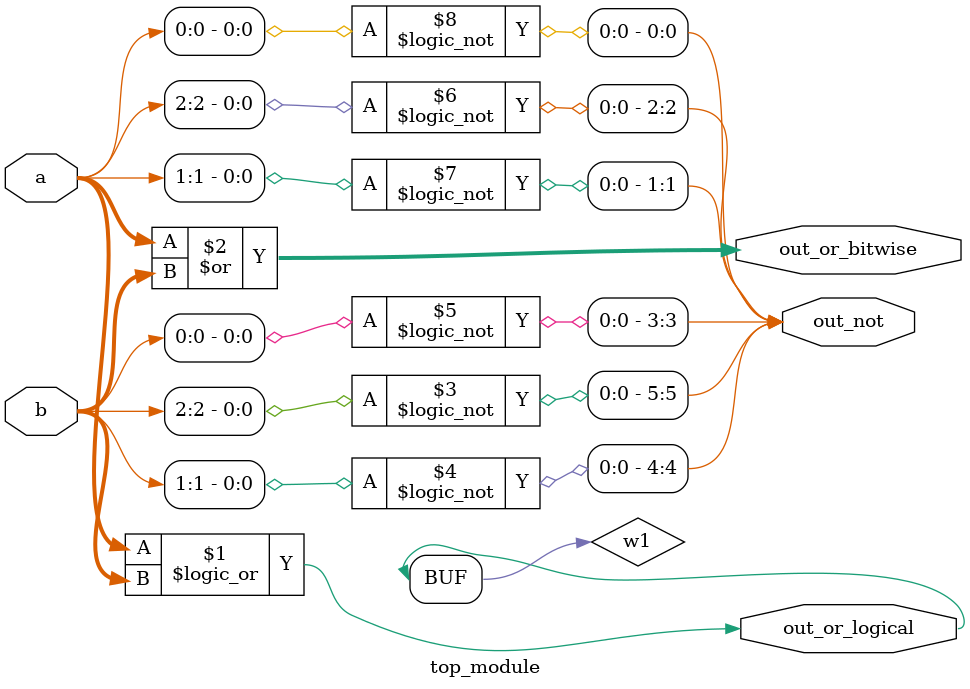
<source format=v>
module top_module( 
    input [2:0] a,
    input [2:0] b,
    output [2:0] out_or_bitwise,
    output out_or_logical,
    output [5:0] out_not
);
    wire w1;
    assign w1= a||b;
    assign out_or_bitwise[2:0]=a[2:0]|b[2:0];
    assign out_or_logical= w1;
    assign out_not[5]=!b[2];
    assign out_not[4]=!b[1];
    assign out_not[3]=!b[0];
    assign out_not[2]=!a[2];
    assign out_not[1]=!a[1];
    assign out_not[0]=!a[0];
        endmodule

</source>
